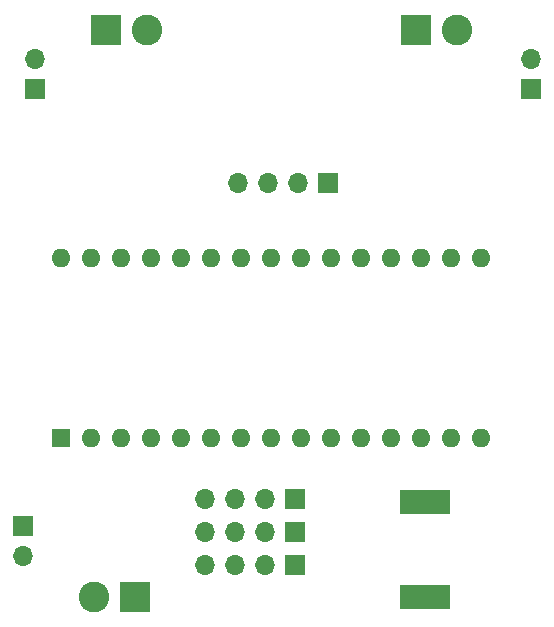
<source format=gbr>
%TF.GenerationSoftware,KiCad,Pcbnew,(6.0.1)*%
%TF.CreationDate,2022-02-20T19:29:58+01:00*%
%TF.ProjectId,NANOFC,4e414e4f-4643-42e6-9b69-6361645f7063,rev?*%
%TF.SameCoordinates,Original*%
%TF.FileFunction,Soldermask,Top*%
%TF.FilePolarity,Negative*%
%FSLAX46Y46*%
G04 Gerber Fmt 4.6, Leading zero omitted, Abs format (unit mm)*
G04 Created by KiCad (PCBNEW (6.0.1)) date 2022-02-20 19:29:58*
%MOMM*%
%LPD*%
G01*
G04 APERTURE LIST*
%ADD10R,2.600000X2.600000*%
%ADD11C,2.600000*%
%ADD12R,1.700000X1.700000*%
%ADD13O,1.700000X1.700000*%
%ADD14R,4.200000X2.000000*%
%ADD15R,1.600000X1.600000*%
%ADD16O,1.600000X1.600000*%
G04 APERTURE END LIST*
D10*
%TO.C,Pyro 2*%
X160000000Y-67000000D03*
D11*
X163500000Y-67000000D03*
%TD*%
D12*
%TO.C,Master Arm*%
X153000000Y-109000000D03*
D13*
X153000000Y-111540000D03*
%TD*%
D14*
%TO.C,BZ1*%
X187000000Y-107000000D03*
X187000000Y-115000000D03*
%TD*%
D12*
%TO.C,J3*%
X178800000Y-80000000D03*
D13*
X176260000Y-80000000D03*
X173720000Y-80000000D03*
X171180000Y-80000000D03*
%TD*%
D12*
%TO.C,GND*%
X176000000Y-112300000D03*
D13*
X173460000Y-112300000D03*
X170920000Y-112300000D03*
X168380000Y-112300000D03*
%TD*%
D15*
%TO.C,A1*%
X156210000Y-101590000D03*
D16*
X158750000Y-101590000D03*
X161290000Y-101590000D03*
X163830000Y-101590000D03*
X166370000Y-101590000D03*
X168910000Y-101590000D03*
X171450000Y-101590000D03*
X173990000Y-101590000D03*
X176530000Y-101590000D03*
X179070000Y-101590000D03*
X181610000Y-101590000D03*
X184150000Y-101590000D03*
X186690000Y-101590000D03*
X189230000Y-101590000D03*
X191770000Y-101590000D03*
X191770000Y-86350000D03*
X189230000Y-86350000D03*
X186690000Y-86350000D03*
X184150000Y-86350000D03*
X181610000Y-86350000D03*
X179070000Y-86350000D03*
X176530000Y-86350000D03*
X173990000Y-86350000D03*
X171450000Y-86350000D03*
X168910000Y-86350000D03*
X166370000Y-86350000D03*
X163830000Y-86350000D03*
X161290000Y-86350000D03*
X158750000Y-86350000D03*
X156210000Y-86350000D03*
%TD*%
D12*
%TO.C,P1 Arm*%
X196000000Y-72000000D03*
D13*
X196000000Y-69460000D03*
%TD*%
D12*
%TO.C,V+*%
X176000000Y-109500000D03*
D13*
X173460000Y-109500000D03*
X170920000Y-109500000D03*
X168380000Y-109500000D03*
%TD*%
D10*
%TO.C,Pyro 1*%
X186250000Y-67000000D03*
D11*
X189750000Y-67000000D03*
%TD*%
D10*
%TO.C,Power in*%
X162500000Y-115000000D03*
D11*
X159000000Y-115000000D03*
%TD*%
D12*
%TO.C,P2 Arm*%
X154000000Y-72000000D03*
D13*
X154000000Y-69460000D03*
%TD*%
D12*
%TO.C,SIG*%
X176000000Y-106700000D03*
D13*
X173460000Y-106700000D03*
X170920000Y-106700000D03*
X168380000Y-106700000D03*
%TD*%
M02*

</source>
